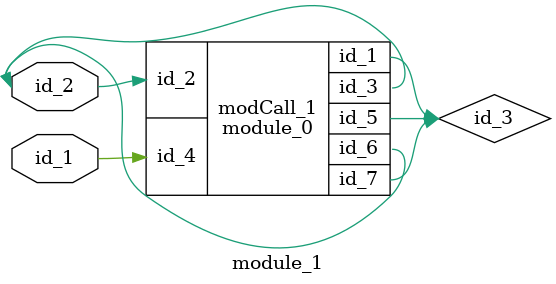
<source format=v>
module module_0 (
    id_1,
    id_2,
    id_3,
    id_4,
    id_5,
    id_6,
    id_7
);
  inout wire id_7;
  inout wire id_6;
  inout wire id_5;
  input wire id_4;
  output wire id_3;
  input wire id_2;
  inout wire id_1;
  wire id_8;
  assign id_1 = id_7;
  assign id_7 = (id_6);
  assign id_1 = -1;
  assign id_1 = 1;
  wire id_9, id_10;
  wire id_11 = id_5;
endmodule
module module_1 (
    id_1,
    id_2
);
  inout wire id_2;
  inout wire id_1;
  wire id_3;
  module_0 modCall_1 (
      id_3,
      id_2,
      id_2,
      id_1,
      id_3,
      id_2,
      id_3
  );
  wire id_4;
endmodule

</source>
